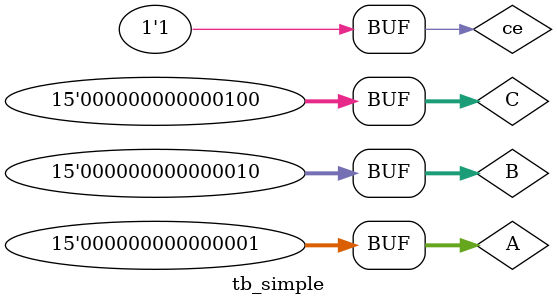
<source format=v>
`timescale 1ns / 1ps

module tb_simple ();
    wire signed [14:0] A = 15'b0000000000000001;
    wire signed [14:0] B = 15'b0000000000000010;
    wire signed [14:0] C = 15'b0000000000000100;
    wire signed [30:0] Y;
    
    wire ce = 1'b1;
    wire clk;

    stimulate stimulate (
        .clk(clk)
    );
    
    add_multiply add_multiply (
        .A(A),
        .B(B),
        .C(C),
        .clk(clk),
        .ce(ce),
        .Y(Y)
    );
    
endmodule // tb_simple

</source>
